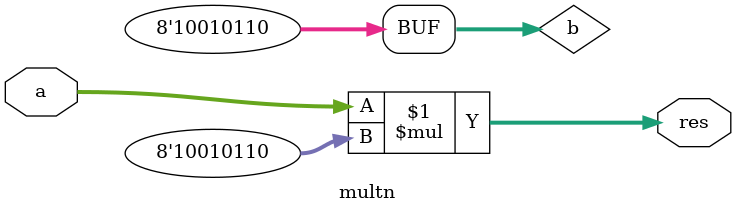
<source format=sv>
`timescale 1ns/1ns
module multn(a,res);
	input [29:0] a;
	reg [7:0] b = 150;
	output [37:0] res;
	assign res = a * b;
endmodule

</source>
